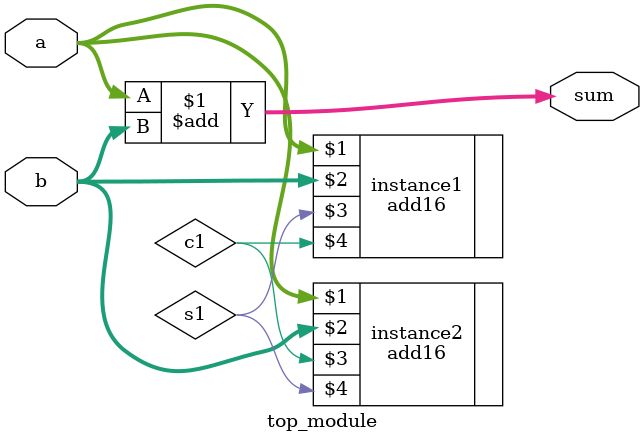
<source format=v>
module top_module(
    input [31:0] a,
    input [31:0] b,
    output [31:0] sum
);
    wire c1,s1;
    add16 instance1(a,b,s1,c1);
    add16 instance2(a,b,c1,s1);
    assign sum=a+b;
endmodule

</source>
